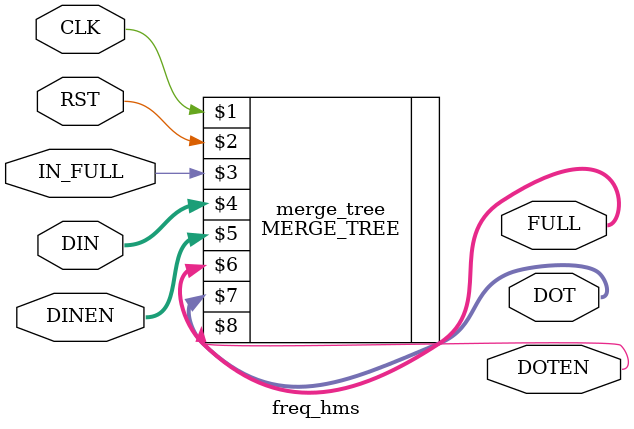
<source format=v>

`default_nettype none

`define E_LOG            (2)
`define USE_IPCORE ("INTEL")
`define FLOAT         ("no")
`define SIGNED        ("no")
`define PAYW            (32)
`define KEYW            (32)

`define DATW   (`PAYW+`KEYW)

module freq_hms(input  wire                       CLK,
                input  wire                       RST,
                input  wire                       IN_FULL,
                input  wire [(`DATW<<`E_LOG)-1:0] DIN,
                input  wire [(1<<`E_LOG)-1:0]     DINEN,
                output wire [(1<<`E_LOG)-1:0]     FULL,
                output wire [(`DATW<<`E_LOG)-1:0] DOT,
                output wire                       DOTEN);

  MERGE_TREE #(
               `E_LOG,
               `USE_IPCORE,
               `FLOAT,
               `SIGNED,
               `DATW,
               `KEYW
               )
  merge_tree(
             CLK,
             RST,
             IN_FULL,
             DIN,
             DINEN,
             FULL,
             DOT,
             DOTEN
             );

endmodule

`default_nettype wire

</source>
